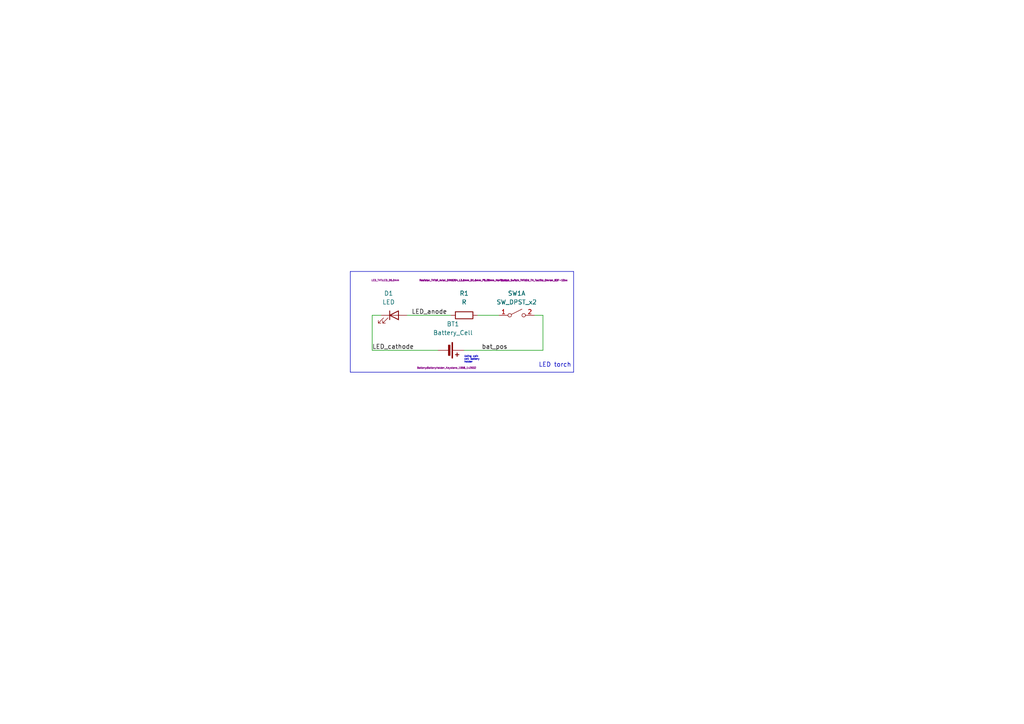
<source format=kicad_sch>
(kicad_sch (version 20230121) (generator eeschema)
  (paper "A4")
  (title_block (title "Led Torch") (date "2023-10-29") (comment 1 "Project 1 of KiCad Like a Pro 3e") (comment 2 "Thomas Reidemeister"))
  (lib_symbols
    (symbol "Device:Battery_Cell" (pin_numbers hide) (pin_names (offset 0) hide)
      (property "Reference" "BT" (at 2.54 2.54 0))
      (property "Value" "Battery_Cell" (at 2.54 0 0))
      (symbol "Battery_Cell_0_1"
        (rectangle (start -2.286 1.778) (end 2.286 1.524) (fill (type outline)))
        (rectangle (start -1.524 1.016) (end 1.524 0.508) (fill (type outline)))
        (polyline (pts (xy 0 0.762) (xy 0 0)))
        (polyline (pts (xy 0 1.778) (xy 0 2.54)))
        (polyline (pts (xy 0.762 3.048) (xy 1.778 3.048)) (stroke (width 0.254)))
        (polyline (pts (xy 1.27 3.556) (xy 1.27 2.54)) (stroke (width 0.254)))
      )
      (symbol "Battery_Cell_1_1"
        (pin passive line (at 0 5.08 270) (length 2.54) (name "+") (number "1"))
        (pin passive line (at 0 -2.54 90) (length 2.54) (name "-") (number "2"))
      )
    )
    (symbol "Device:LED" (pin_numbers hide) (pin_names (offset 1.016) hide)
      (property "Reference" "D" (at 0 2.54 0))
      (property "Value" "LED" (at 0 -2.54 0))
      (symbol "LED_0_1"
        (polyline (pts (xy -1.27 -1.27) (xy -1.27 1.27)) (stroke (width 0.254)))
        (polyline (pts (xy -1.27 0) (xy 1.27 0)))
        (polyline (pts (xy 1.27 -1.27) (xy 1.27 1.27) (xy -1.27 0) (xy 1.27 -1.27)) (stroke (width 0.254)))
        (polyline (pts (xy -3.048 -0.762) (xy -4.572 -2.286) (xy -3.81 -2.286) (xy -4.572 -2.286) (xy -4.572 -1.524)))
        (polyline (pts (xy -1.778 -0.762) (xy -3.302 -2.286) (xy -2.54 -2.286) (xy -3.302 -2.286) (xy -3.302 -1.524)))
      )
      (symbol "LED_1_1"
        (pin passive line (at -3.81 0 0) (length 2.54) (name "K") (number "1"))
        (pin passive line (at 3.81 0 180) (length 2.54) (name "A") (number "2"))
      )
    )
    (symbol "Device:R" (pin_numbers hide) (pin_names (offset 0))
      (property "Reference" "R" (at 2.032 0 90))
      (property "Value" "R" (at 0 0 90))
      (symbol "R_0_1"
        (rectangle (start -1.016 -2.54) (end 1.016 2.54) (stroke (width 0.254)))
      )
      (symbol "R_1_1"
        (pin passive line (at 0 3.81 270) (length 1.27) (name "~") (number "1"))
        (pin passive line (at 0 -3.81 90) (length 1.27) (name "~") (number "2"))
      )
    )
    (symbol "Switch:SW_DPST_x2" (pin_names (offset 0) hide)
      (property "Reference" "SW" (at 0 3.175 0))
      (property "Value" "SW_DPST_x2" (at 0 -2.54 0))
      (symbol "SW_DPST_x2_0_0"
        (circle (center -2.032 0) (radius 0.508))
        (polyline (pts (xy -1.524 0.254) (xy 1.524 1.778)))
        (circle (center 2.032 0) (radius 0.508))
      )
      (symbol "SW_DPST_x2_1_1"
        (pin passive line (at -5.08 0 0) (length 2.54) (name "A") (number "1"))
        (pin passive line (at 5.08 0 180) (length 2.54) (name "B") (number "2"))
      )
      (symbol "SW_DPST_x2_2_1"
        (pin passive line (at -5.08 0 0) (length 2.54) (name "A") (number "3"))
        (pin passive line (at 5.08 0 180) (length 2.54) (name "B") (number "4"))
      )
    )
  )
  (polyline (pts (xy 101.6 107.95) (xy 166.37 107.95)))
  (polyline (pts (xy 101.6 78.74) (xy 166.37 78.74)))
  (wire (pts (xy 107.95 101.6) (xy 107.95 91.44)))
  (wire (pts (xy 127 101.6) (xy 107.95 101.6)))
  (wire (pts (xy 118.11 91.44) (xy 130.81 91.44)))
  (polyline (pts (xy 166.37 107.95) (xy 166.37 78.74)))
  (wire (pts (xy 157.48 91.44) (xy 157.48 101.6)))
  (wire (pts (xy 107.95 91.44) (xy 110.49 91.44)))
  (polyline (pts (xy 101.6 78.74) (xy 101.6 107.95)))
  (wire (pts (xy 154.94 91.44) (xy 157.48 91.44)))
  (wire (pts (xy 138.43 91.44) (xy 144.78 91.44)))
  (wire (pts (xy 157.48 101.6) (xy 134.62 101.6)))
  (text "Using coin\ncell battery\nholder" (at 134.62 105.41 0) (effects (font (size 0.5 0.5)) (justify left bottom)))
  (text "LED torch" (at 156.21 106.68 0) (effects (font (size 1.27 1.27)) (justify left bottom)))
  (label "LED_anode" (at 119.38 91.44 0))
  (label "bat_pos" (at 139.7 101.6 0))
  (label "LED_cathode" (at 107.95 101.6 0))
  (symbol (lib_id "Switch:SW_DPST_x2") (at 149.86 91.44 0) (unit 1)
    (property "Reference" "SW1" (at 149.86 85.09 0))
    (property "Value" "SW_DPST_x2" (at 149.86 87.63 0))
    (property "Footprint" "Button_Switch_THT:SW_TH_Tactile_Omron_B3F-10xx" (at 154.94 81.28 0) (effects (font (size 0.5 0.5))))
  )
  (symbol (lib_id "Device:Battery_Cell") (at 129.54 101.6 270) (unit 1)
    (property "Reference" "BT1" (at 131.3815 93.98 90))
    (property "Value" "Battery_Cell" (at 131.3815 96.52 90))
    (property "Footprint" "Battery:BatteryHolder_Keystone_1058_1x2032" (at 129.54 106.68 90) (effects (font (size 0.5 0.5))))
  )
  (symbol (lib_id "Device:LED") (at 114.3 91.44 0) (unit 1)
    (property "Reference" "D1" (at 112.7125 85.09 0))
    (property "Value" "LED" (at 112.7125 87.63 0))
    (property "Footprint" "LED_THT:LED_D5.0mm" (at 111.76 81.28 0) (effects (font (size 0.5 0.5))))
  )
  (symbol (lib_id "Device:R") (at 134.62 91.44 90) (unit 1)
    (property "Reference" "R1" (at 134.62 85.09 90))
    (property "Value" "R" (at 134.62 87.63 90))
    (property "Footprint" "Resistor_THT:R_Axial_DIN0204_L3.6mm_D1.6mm_P5.08mm_Horizontal" (at 134.62 81.28 90) (effects (font (size 0.5 0.5))))
  )
)
</source>
